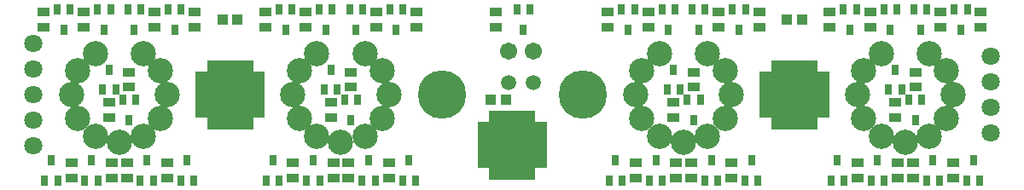
<source format=gbr>
G04 #@! TF.FileFunction,Soldermask,Top*
%FSLAX46Y46*%
G04 Gerber Fmt 4.6, Leading zero omitted, Abs format (unit mm)*
G04 Created by KiCad (PCBNEW 4.0.6) date 07/29/17 13:08:41*
%MOMM*%
%LPD*%
G01*
G04 APERTURE LIST*
%ADD10C,0.100000*%
%ADD11R,1.204800X0.804800*%
%ADD12C,1.804800*%
%ADD13C,2.504800*%
%ADD14R,0.754800X1.004800*%
%ADD15R,1.304800X0.674800*%
%ADD16R,0.674800X1.304800*%
%ADD17R,1.367300X1.367300*%
%ADD18R,1.104800X1.054800*%
%ADD19C,4.804800*%
%ADD20C,1.704800*%
%ADD21C,1.504800*%
G04 APERTURE END LIST*
D10*
D11*
X100500000Y-93750000D03*
X100500000Y-95250000D03*
D12*
X194500000Y-98190000D03*
X194500000Y-100730000D03*
X194500000Y-103270000D03*
X194500000Y-105810000D03*
X99500000Y-107080000D03*
X99500000Y-104540000D03*
X99500000Y-102000000D03*
X99500000Y-99460000D03*
X99500000Y-96920000D03*
D13*
X183625000Y-97886000D03*
X181886000Y-99625000D03*
X181250000Y-102000000D03*
X181886000Y-104375000D03*
X183625000Y-106114000D03*
X186000000Y-106750000D03*
X188375000Y-106114000D03*
X190114000Y-104375000D03*
X190114000Y-99625000D03*
X188375000Y-97886000D03*
X190750000Y-102000000D03*
X161625000Y-97886000D03*
X159886000Y-99625000D03*
X159250000Y-102000000D03*
X159886000Y-104375000D03*
X161625000Y-106114000D03*
X164000000Y-106750000D03*
X166375000Y-106114000D03*
X168114000Y-104375000D03*
X168114000Y-99625000D03*
X166375000Y-97886000D03*
X168750000Y-102000000D03*
X127625000Y-97886000D03*
X125886000Y-99625000D03*
X125250000Y-102000000D03*
X125886000Y-104375000D03*
X127625000Y-106114000D03*
X130000000Y-106750000D03*
X132375000Y-106114000D03*
X134114000Y-104375000D03*
X134114000Y-99625000D03*
X132375000Y-97886000D03*
X134750000Y-102000000D03*
X105625000Y-97886000D03*
X103886000Y-99625000D03*
X103250000Y-102000000D03*
X103886000Y-104375000D03*
X105625000Y-106114000D03*
X108000000Y-106750000D03*
X110375000Y-106114000D03*
X112114000Y-104375000D03*
X112114000Y-99625000D03*
X110375000Y-97886000D03*
X112750000Y-102000000D03*
D14*
X125150000Y-93500000D03*
X123850000Y-93500000D03*
X124500000Y-95500000D03*
D15*
X116150000Y-100050000D03*
X116150000Y-100700000D03*
X116150000Y-101350000D03*
X116150000Y-102000000D03*
X116150000Y-102650000D03*
X116150000Y-103300000D03*
X116150000Y-103950000D03*
D16*
X117050000Y-104850000D03*
X117700000Y-104850000D03*
X118350000Y-104850000D03*
X119000000Y-104850000D03*
X119650000Y-104850000D03*
X120300000Y-104850000D03*
X120950000Y-104850000D03*
D15*
X121850000Y-103950000D03*
X121850000Y-103300000D03*
X121850000Y-102650000D03*
X121850000Y-102000000D03*
X121850000Y-101350000D03*
X121850000Y-100700000D03*
X121850000Y-100050000D03*
D16*
X120950000Y-99150000D03*
X120300000Y-99150000D03*
X119650000Y-99150000D03*
X119000000Y-99150000D03*
X118350000Y-99150000D03*
X117700000Y-99150000D03*
X117050000Y-99150000D03*
D17*
X120593750Y-103593750D03*
X120593750Y-102531250D03*
X120593750Y-101468750D03*
X120593750Y-100406250D03*
X119531250Y-103593750D03*
X119531250Y-102531250D03*
X119531250Y-101468750D03*
X119531250Y-100406250D03*
X118468750Y-103593750D03*
X118468750Y-102531250D03*
X118468750Y-101468750D03*
X118468750Y-100406250D03*
X117406250Y-103593750D03*
X117406250Y-102531250D03*
X117406250Y-101468750D03*
X117406250Y-100406250D03*
D14*
X114150000Y-93500000D03*
X112850000Y-93500000D03*
X113500000Y-95500000D03*
X107150000Y-93500000D03*
X105850000Y-93500000D03*
X106500000Y-95500000D03*
D11*
X104500000Y-93750000D03*
X104500000Y-95250000D03*
D14*
X122600000Y-110500000D03*
X123900000Y-110500000D03*
X123250000Y-108500000D03*
X106350000Y-101500000D03*
X107650000Y-101500000D03*
X107000000Y-99500000D03*
X103150000Y-93500000D03*
X101850000Y-93500000D03*
X102500000Y-95500000D03*
X100600000Y-110500000D03*
X101900000Y-110500000D03*
X101250000Y-108500000D03*
X104600000Y-110500000D03*
X105900000Y-110500000D03*
X105250000Y-108500000D03*
X109650000Y-102500000D03*
X108350000Y-102500000D03*
X109000000Y-104500000D03*
X110100000Y-110500000D03*
X111400000Y-110500000D03*
X110750000Y-108500000D03*
X114100000Y-110500000D03*
X115400000Y-110500000D03*
X114750000Y-108500000D03*
X110150000Y-93500000D03*
X108850000Y-93500000D03*
X109500000Y-95500000D03*
X128350000Y-101500000D03*
X129650000Y-101500000D03*
X129000000Y-99500000D03*
X129150000Y-93500000D03*
X127850000Y-93500000D03*
X128500000Y-95500000D03*
X126600000Y-110500000D03*
X127900000Y-110500000D03*
X127250000Y-108500000D03*
X131650000Y-102500000D03*
X130350000Y-102500000D03*
X131000000Y-104500000D03*
X132100000Y-110500000D03*
X133400000Y-110500000D03*
X132750000Y-108500000D03*
X136100000Y-110500000D03*
X137400000Y-110500000D03*
X136750000Y-108500000D03*
X136150000Y-93500000D03*
X134850000Y-93500000D03*
X135500000Y-95500000D03*
X132150000Y-93500000D03*
X130850000Y-93500000D03*
X131500000Y-95500000D03*
X162350000Y-101500000D03*
X163650000Y-101500000D03*
X163000000Y-99500000D03*
X163150000Y-93500000D03*
X161850000Y-93500000D03*
X162500000Y-95500000D03*
X159150000Y-93500000D03*
X157850000Y-93500000D03*
X158500000Y-95500000D03*
X156600000Y-110500000D03*
X157900000Y-110500000D03*
X157250000Y-108500000D03*
X160600000Y-110500000D03*
X161900000Y-110500000D03*
X161250000Y-108500000D03*
X165650000Y-102500000D03*
X164350000Y-102500000D03*
X165000000Y-104500000D03*
X166100000Y-110500000D03*
X167400000Y-110500000D03*
X166750000Y-108500000D03*
X170100000Y-110500000D03*
X171400000Y-110500000D03*
X170750000Y-108500000D03*
X170150000Y-93500000D03*
X168850000Y-93500000D03*
X169500000Y-95500000D03*
X166150000Y-93500000D03*
X164850000Y-93500000D03*
X165500000Y-95500000D03*
X184350000Y-101500000D03*
X185650000Y-101500000D03*
X185000000Y-99500000D03*
X185150000Y-93500000D03*
X183850000Y-93500000D03*
X184500000Y-95500000D03*
X181150000Y-93500000D03*
X179850000Y-93500000D03*
X180500000Y-95500000D03*
X178600000Y-110500000D03*
X179900000Y-110500000D03*
X179250000Y-108500000D03*
X182600000Y-110500000D03*
X183900000Y-110500000D03*
X183250000Y-108500000D03*
X187650000Y-102500000D03*
X186350000Y-102500000D03*
X187000000Y-104500000D03*
X188100000Y-110500000D03*
X189400000Y-110500000D03*
X188750000Y-108500000D03*
X192100000Y-110500000D03*
X193400000Y-110500000D03*
X192750000Y-108500000D03*
X192150000Y-93500000D03*
X190850000Y-93500000D03*
X191500000Y-95500000D03*
X188150000Y-93500000D03*
X186850000Y-93500000D03*
X187500000Y-95500000D03*
X148750000Y-93500000D03*
X147450000Y-93500000D03*
X148100000Y-95500000D03*
D15*
X144150000Y-105050000D03*
X144150000Y-105700000D03*
X144150000Y-106350000D03*
X144150000Y-107000000D03*
X144150000Y-107650000D03*
X144150000Y-108300000D03*
X144150000Y-108950000D03*
D16*
X145050000Y-109850000D03*
X145700000Y-109850000D03*
X146350000Y-109850000D03*
X147000000Y-109850000D03*
X147650000Y-109850000D03*
X148300000Y-109850000D03*
X148950000Y-109850000D03*
D15*
X149850000Y-108950000D03*
X149850000Y-108300000D03*
X149850000Y-107650000D03*
X149850000Y-107000000D03*
X149850000Y-106350000D03*
X149850000Y-105700000D03*
X149850000Y-105050000D03*
D16*
X148950000Y-104150000D03*
X148300000Y-104150000D03*
X147650000Y-104150000D03*
X147000000Y-104150000D03*
X146350000Y-104150000D03*
X145700000Y-104150000D03*
X145050000Y-104150000D03*
D17*
X148593750Y-108593750D03*
X148593750Y-107531250D03*
X148593750Y-106468750D03*
X148593750Y-105406250D03*
X147531250Y-108593750D03*
X147531250Y-107531250D03*
X147531250Y-106468750D03*
X147531250Y-105406250D03*
X146468750Y-108593750D03*
X146468750Y-107531250D03*
X146468750Y-106468750D03*
X146468750Y-105406250D03*
X145406250Y-108593750D03*
X145406250Y-107531250D03*
X145406250Y-106468750D03*
X145406250Y-105406250D03*
D15*
X172150000Y-100050000D03*
X172150000Y-100700000D03*
X172150000Y-101350000D03*
X172150000Y-102000000D03*
X172150000Y-102650000D03*
X172150000Y-103300000D03*
X172150000Y-103950000D03*
D16*
X173050000Y-104850000D03*
X173700000Y-104850000D03*
X174350000Y-104850000D03*
X175000000Y-104850000D03*
X175650000Y-104850000D03*
X176300000Y-104850000D03*
X176950000Y-104850000D03*
D15*
X177850000Y-103950000D03*
X177850000Y-103300000D03*
X177850000Y-102650000D03*
X177850000Y-102000000D03*
X177850000Y-101350000D03*
X177850000Y-100700000D03*
X177850000Y-100050000D03*
D16*
X176950000Y-99150000D03*
X176300000Y-99150000D03*
X175650000Y-99150000D03*
X175000000Y-99150000D03*
X174350000Y-99150000D03*
X173700000Y-99150000D03*
X173050000Y-99150000D03*
D17*
X176593750Y-103593750D03*
X176593750Y-102531250D03*
X176593750Y-101468750D03*
X176593750Y-100406250D03*
X175531250Y-103593750D03*
X175531250Y-102531250D03*
X175531250Y-101468750D03*
X175531250Y-100406250D03*
X174468750Y-103593750D03*
X174468750Y-102531250D03*
X174468750Y-101468750D03*
X174468750Y-100406250D03*
X173406250Y-103593750D03*
X173406250Y-102531250D03*
X173406250Y-101468750D03*
X173406250Y-100406250D03*
D11*
X109000000Y-101250000D03*
X109000000Y-99750000D03*
X103250000Y-110250000D03*
X103250000Y-108750000D03*
X107250000Y-110250000D03*
X107250000Y-108750000D03*
X107000000Y-102750000D03*
X107000000Y-104250000D03*
X108750000Y-110250000D03*
X108750000Y-108750000D03*
X112750000Y-110250000D03*
X112750000Y-108750000D03*
X115500000Y-93750000D03*
X115500000Y-95250000D03*
X111500000Y-93750000D03*
X111500000Y-95250000D03*
X131000000Y-101250000D03*
X131000000Y-99750000D03*
X126500000Y-93750000D03*
X126500000Y-95250000D03*
X122500000Y-93750000D03*
X122500000Y-95250000D03*
X125250000Y-110250000D03*
X125250000Y-108750000D03*
X129250000Y-110250000D03*
X129250000Y-108750000D03*
X129000000Y-102750000D03*
X129000000Y-104250000D03*
X130750000Y-110250000D03*
X130750000Y-108750000D03*
X134750000Y-110250000D03*
X134750000Y-108750000D03*
X137500000Y-93750000D03*
X137500000Y-95250000D03*
X133500000Y-93750000D03*
X133500000Y-95250000D03*
X165000000Y-101250000D03*
X165000000Y-99750000D03*
X160500000Y-93750000D03*
X160500000Y-95250000D03*
X156500000Y-93750000D03*
X156500000Y-95250000D03*
X159250000Y-110250000D03*
X159250000Y-108750000D03*
X163250000Y-110250000D03*
X163250000Y-108750000D03*
X163000000Y-102750000D03*
X163000000Y-104250000D03*
X164750000Y-110250000D03*
X164750000Y-108750000D03*
X168750000Y-110250000D03*
X168750000Y-108750000D03*
X171500000Y-93750000D03*
X171500000Y-95250000D03*
X167500000Y-93750000D03*
X167500000Y-95250000D03*
X187000000Y-101250000D03*
X187000000Y-99750000D03*
X182500000Y-93750000D03*
X182500000Y-95250000D03*
X178500000Y-93750000D03*
X178500000Y-95250000D03*
X181250000Y-110250000D03*
X181250000Y-108750000D03*
X185250000Y-110250000D03*
X185250000Y-108750000D03*
X185000000Y-102750000D03*
X185000000Y-104250000D03*
X186750000Y-110250000D03*
X186750000Y-108750000D03*
X190750000Y-110250000D03*
X190750000Y-108750000D03*
X193500000Y-93750000D03*
X193500000Y-95250000D03*
X189500000Y-93750000D03*
X189500000Y-95250000D03*
X145400000Y-93750000D03*
X145400000Y-95250000D03*
D18*
X118250000Y-94500000D03*
X119750000Y-94500000D03*
X146350000Y-102500000D03*
X144850000Y-102500000D03*
X174250000Y-94500000D03*
X175750000Y-94500000D03*
D19*
X154000000Y-102000000D03*
X140000000Y-102000000D03*
D20*
X149100000Y-97650000D03*
D21*
X149100000Y-100750000D03*
D20*
X146600000Y-97650000D03*
D21*
X146600000Y-100750000D03*
M02*

</source>
